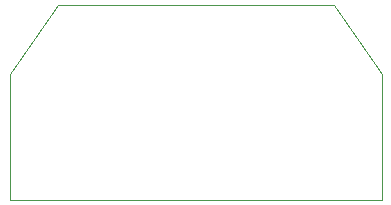
<source format=gbr>
%TF.GenerationSoftware,KiCad,Pcbnew,(5.1.10)-1*%
%TF.CreationDate,2021-10-07T14:53:58-07:00*%
%TF.ProjectId,RC_Filter_Dsub,52435f46-696c-4746-9572-5f447375622e,1*%
%TF.SameCoordinates,Original*%
%TF.FileFunction,Profile,NP*%
%FSLAX46Y46*%
G04 Gerber Fmt 4.6, Leading zero omitted, Abs format (unit mm)*
G04 Created by KiCad (PCBNEW (5.1.10)-1) date 2021-10-07 14:53:58*
%MOMM*%
%LPD*%
G01*
G04 APERTURE LIST*
%TA.AperFunction,Profile*%
%ADD10C,0.050000*%
%TD*%
G04 APERTURE END LIST*
D10*
X160528000Y-124968000D02*
X160528000Y-114300000D01*
X129032000Y-114300000D02*
X129032000Y-124968000D01*
X133096000Y-108458000D02*
X156464000Y-108458000D01*
X160528000Y-114300000D02*
X156464000Y-108458000D01*
X129032000Y-114300000D02*
X133096000Y-108458000D01*
X129032000Y-124968000D02*
X160528000Y-124968000D01*
M02*

</source>
